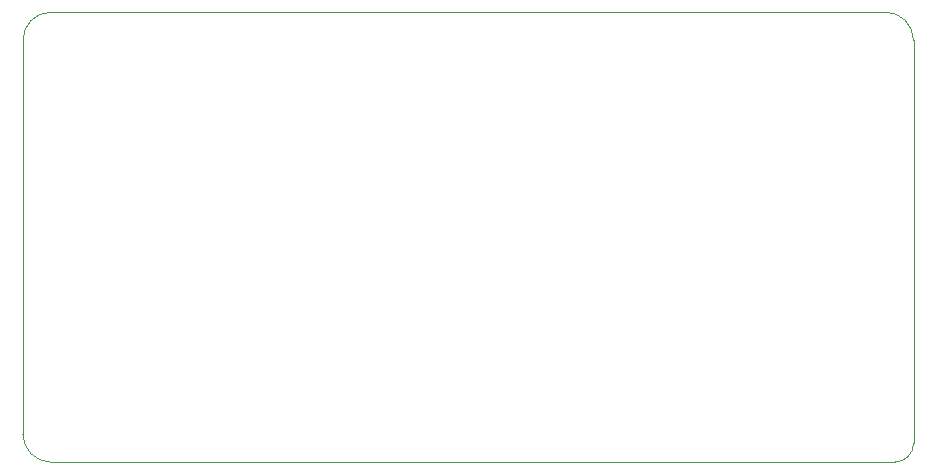
<source format=gm1>
G04 #@! TF.GenerationSoftware,KiCad,Pcbnew,6.0.11-2627ca5db0~126~ubuntu20.04.1*
G04 #@! TF.CreationDate,2024-07-14T02:52:22-04:00*
G04 #@! TF.ProjectId,mapel2x2-pcb,6d617065-6c32-4783-922d-7063622e6b69,rev?*
G04 #@! TF.SameCoordinates,Original*
G04 #@! TF.FileFunction,Profile,NP*
%FSLAX46Y46*%
G04 Gerber Fmt 4.6, Leading zero omitted, Abs format (unit mm)*
G04 Created by KiCad (PCBNEW 6.0.11-2627ca5db0~126~ubuntu20.04.1) date 2024-07-14 02:52:22*
%MOMM*%
%LPD*%
G01*
G04 APERTURE LIST*
G04 #@! TA.AperFunction,Profile*
%ADD10C,0.100000*%
G04 #@! TD*
G04 APERTURE END LIST*
D10*
X169068750Y-138906250D02*
X169068750Y-105568750D01*
X171450000Y-141287500D02*
X242887500Y-141287500D01*
X169068750Y-138906250D02*
G75*
G03*
X171450000Y-141287500I2381250J0D01*
G01*
X242093750Y-103187500D02*
X171450000Y-103187500D01*
X171450000Y-103187500D02*
G75*
G03*
X169068750Y-105568750I0J-2381250D01*
G01*
X244475000Y-105568750D02*
X244475000Y-139700000D01*
X242887500Y-141287500D02*
G75*
G03*
X244475000Y-139700000I0J1587500D01*
G01*
X244475000Y-105568750D02*
G75*
G03*
X242093750Y-103187500I-2381250J0D01*
G01*
M02*

</source>
